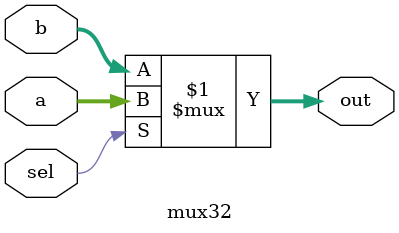
<source format=sv>
module shifter
    (
        input logic [31:0] in,
        input logic [4:0] shift,
        input logic right,
        output logic [31:0] out
    );

    /* verilator lint_off UNOPTFLAT */ 
    wire [31:0] intermediate[5:0];
    wire [31:0] zero = 32'd0;

    assign intermediate[0] = in;
    assign out = intermediate[5];

    generate
        genvar i;
        for (i = 0; i <= 4; i = i + 1) begin
            logic [31:0] left_shift = {intermediate[i][(31 - (2 ** i)):0], zero[(2 ** i) - 1:0]};
            logic [31:0] right_shift = {zero[(2 ** i) - 1:0], intermediate[i][31:(2 ** i)]};
            mux32 mux(
                .a(right ? right_shift : left_shift),
                .b({intermediate[i]}),
                .sel(shift[i]),
                .out({intermediate[i + 1]})
            );
        end
    endgenerate

endmodule

module mux32
    (
        input logic [31:0] a,
        input logic [31:0] b,
        input logic sel,
        output logic [31:0] out
    );
    
    assign out = sel ? a : b;

endmodule

</source>
